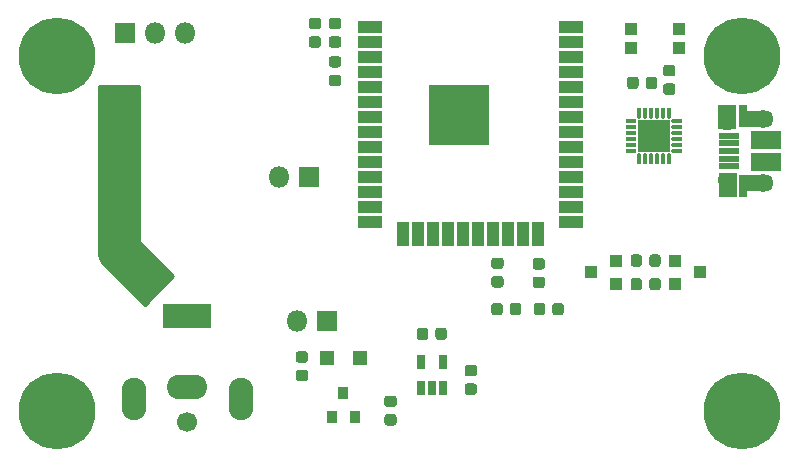
<source format=gbr>
%TF.GenerationSoftware,KiCad,Pcbnew,(5.1.6)-1*%
%TF.CreationDate,2020-06-23T15:14:12-07:00*%
%TF.ProjectId,LEDController,4c454443-6f6e-4747-926f-6c6c65722e6b,rev?*%
%TF.SameCoordinates,Original*%
%TF.FileFunction,Soldermask,Top*%
%TF.FilePolarity,Negative*%
%FSLAX46Y46*%
G04 Gerber Fmt 4.6, Leading zero omitted, Abs format (unit mm)*
G04 Created by KiCad (PCBNEW (5.1.6)-1) date 2020-06-23 15:14:12*
%MOMM*%
%LPD*%
G01*
G04 APERTURE LIST*
%ADD10O,1.800000X1.800000*%
%ADD11R,1.800000X1.800000*%
%ADD12R,0.750000X1.160000*%
%ADD13R,1.200000X1.200000*%
%ADD14C,6.500000*%
%ADD15C,0.900000*%
%ADD16R,2.100000X1.450000*%
%ADD17R,0.800000X1.925000*%
%ADD18R,1.600000X2.100000*%
%ADD19R,1.750000X0.500000*%
%ADD20O,1.600000X1.200000*%
%ADD21O,1.800000X1.450000*%
%ADD22R,2.600000X1.530000*%
%ADD23R,4.100000X2.100000*%
%ADD24O,3.400000X2.100000*%
%ADD25O,2.100000X3.600000*%
%ADD26C,1.700000*%
%ADD27R,0.900000X1.000000*%
%ADD28R,1.102360X1.000760*%
%ADD29R,1.000000X1.100000*%
%ADD30R,5.100000X5.100000*%
%ADD31R,2.100000X1.000000*%
%ADD32R,1.000000X2.100000*%
%ADD33R,2.700000X2.700000*%
%ADD34C,0.254000*%
G04 APERTURE END LIST*
D10*
%TO.C,J7*%
X98260000Y-68400000D03*
D11*
X100800000Y-68400000D03*
%TD*%
D12*
%TO.C,U1*%
X108750000Y-74100000D03*
X109700000Y-74100000D03*
X110650000Y-74100000D03*
X110650000Y-71900000D03*
X108750000Y-71900000D03*
%TD*%
%TO.C,C1*%
G36*
G01*
X105918750Y-76300000D02*
X106481250Y-76300000D01*
G75*
G02*
X106725000Y-76543750I0J-243750D01*
G01*
X106725000Y-77031250D01*
G75*
G02*
X106481250Y-77275000I-243750J0D01*
G01*
X105918750Y-77275000D01*
G75*
G02*
X105675000Y-77031250I0J243750D01*
G01*
X105675000Y-76543750D01*
G75*
G02*
X105918750Y-76300000I243750J0D01*
G01*
G37*
G36*
G01*
X105918750Y-74725000D02*
X106481250Y-74725000D01*
G75*
G02*
X106725000Y-74968750I0J-243750D01*
G01*
X106725000Y-75456250D01*
G75*
G02*
X106481250Y-75700000I-243750J0D01*
G01*
X105918750Y-75700000D01*
G75*
G02*
X105675000Y-75456250I0J243750D01*
G01*
X105675000Y-74968750D01*
G75*
G02*
X105918750Y-74725000I243750J0D01*
G01*
G37*
%TD*%
%TO.C,C2*%
G36*
G01*
X108425000Y-69781250D02*
X108425000Y-69218750D01*
G75*
G02*
X108668750Y-68975000I243750J0D01*
G01*
X109156250Y-68975000D01*
G75*
G02*
X109400000Y-69218750I0J-243750D01*
G01*
X109400000Y-69781250D01*
G75*
G02*
X109156250Y-70025000I-243750J0D01*
G01*
X108668750Y-70025000D01*
G75*
G02*
X108425000Y-69781250I0J243750D01*
G01*
G37*
G36*
G01*
X110000000Y-69781250D02*
X110000000Y-69218750D01*
G75*
G02*
X110243750Y-68975000I243750J0D01*
G01*
X110731250Y-68975000D01*
G75*
G02*
X110975000Y-69218750I0J-243750D01*
G01*
X110975000Y-69781250D01*
G75*
G02*
X110731250Y-70025000I-243750J0D01*
G01*
X110243750Y-70025000D01*
G75*
G02*
X110000000Y-69781250I0J243750D01*
G01*
G37*
%TD*%
%TO.C,C3*%
G36*
G01*
X101781250Y-43700000D02*
X101218750Y-43700000D01*
G75*
G02*
X100975000Y-43456250I0J243750D01*
G01*
X100975000Y-42968750D01*
G75*
G02*
X101218750Y-42725000I243750J0D01*
G01*
X101781250Y-42725000D01*
G75*
G02*
X102025000Y-42968750I0J-243750D01*
G01*
X102025000Y-43456250D01*
G75*
G02*
X101781250Y-43700000I-243750J0D01*
G01*
G37*
G36*
G01*
X101781250Y-45275000D02*
X101218750Y-45275000D01*
G75*
G02*
X100975000Y-45031250I0J243750D01*
G01*
X100975000Y-44543750D01*
G75*
G02*
X101218750Y-44300000I243750J0D01*
G01*
X101781250Y-44300000D01*
G75*
G02*
X102025000Y-44543750I0J-243750D01*
G01*
X102025000Y-45031250D01*
G75*
G02*
X101781250Y-45275000I-243750J0D01*
G01*
G37*
%TD*%
%TO.C,C4*%
G36*
G01*
X100081250Y-45275000D02*
X99518750Y-45275000D01*
G75*
G02*
X99275000Y-45031250I0J243750D01*
G01*
X99275000Y-44543750D01*
G75*
G02*
X99518750Y-44300000I243750J0D01*
G01*
X100081250Y-44300000D01*
G75*
G02*
X100325000Y-44543750I0J-243750D01*
G01*
X100325000Y-45031250D01*
G75*
G02*
X100081250Y-45275000I-243750J0D01*
G01*
G37*
G36*
G01*
X100081250Y-43700000D02*
X99518750Y-43700000D01*
G75*
G02*
X99275000Y-43456250I0J243750D01*
G01*
X99275000Y-42968750D01*
G75*
G02*
X99518750Y-42725000I243750J0D01*
G01*
X100081250Y-42725000D01*
G75*
G02*
X100325000Y-42968750I0J-243750D01*
G01*
X100325000Y-43456250D01*
G75*
G02*
X100081250Y-43700000I-243750J0D01*
G01*
G37*
%TD*%
%TO.C,C5*%
G36*
G01*
X130081250Y-49275000D02*
X129518750Y-49275000D01*
G75*
G02*
X129275000Y-49031250I0J243750D01*
G01*
X129275000Y-48543750D01*
G75*
G02*
X129518750Y-48300000I243750J0D01*
G01*
X130081250Y-48300000D01*
G75*
G02*
X130325000Y-48543750I0J-243750D01*
G01*
X130325000Y-49031250D01*
G75*
G02*
X130081250Y-49275000I-243750J0D01*
G01*
G37*
G36*
G01*
X130081250Y-47700000D02*
X129518750Y-47700000D01*
G75*
G02*
X129275000Y-47456250I0J243750D01*
G01*
X129275000Y-46968750D01*
G75*
G02*
X129518750Y-46725000I243750J0D01*
G01*
X130081250Y-46725000D01*
G75*
G02*
X130325000Y-46968750I0J-243750D01*
G01*
X130325000Y-47456250D01*
G75*
G02*
X130081250Y-47700000I-243750J0D01*
G01*
G37*
%TD*%
%TO.C,C6*%
G36*
G01*
X101218750Y-47550000D02*
X101781250Y-47550000D01*
G75*
G02*
X102025000Y-47793750I0J-243750D01*
G01*
X102025000Y-48281250D01*
G75*
G02*
X101781250Y-48525000I-243750J0D01*
G01*
X101218750Y-48525000D01*
G75*
G02*
X100975000Y-48281250I0J243750D01*
G01*
X100975000Y-47793750D01*
G75*
G02*
X101218750Y-47550000I243750J0D01*
G01*
G37*
G36*
G01*
X101218750Y-45975000D02*
X101781250Y-45975000D01*
G75*
G02*
X102025000Y-46218750I0J-243750D01*
G01*
X102025000Y-46706250D01*
G75*
G02*
X101781250Y-46950000I-243750J0D01*
G01*
X101218750Y-46950000D01*
G75*
G02*
X100975000Y-46706250I0J243750D01*
G01*
X100975000Y-46218750D01*
G75*
G02*
X101218750Y-45975000I243750J0D01*
G01*
G37*
%TD*%
D13*
%TO.C,D1*%
X103600000Y-71500000D03*
X100800000Y-71500000D03*
%TD*%
%TO.C,D2*%
G36*
G01*
X115531250Y-65587500D02*
X114968750Y-65587500D01*
G75*
G02*
X114725000Y-65343750I0J243750D01*
G01*
X114725000Y-64856250D01*
G75*
G02*
X114968750Y-64612500I243750J0D01*
G01*
X115531250Y-64612500D01*
G75*
G02*
X115775000Y-64856250I0J-243750D01*
G01*
X115775000Y-65343750D01*
G75*
G02*
X115531250Y-65587500I-243750J0D01*
G01*
G37*
G36*
G01*
X115531250Y-64012500D02*
X114968750Y-64012500D01*
G75*
G02*
X114725000Y-63768750I0J243750D01*
G01*
X114725000Y-63281250D01*
G75*
G02*
X114968750Y-63037500I243750J0D01*
G01*
X115531250Y-63037500D01*
G75*
G02*
X115775000Y-63281250I0J-243750D01*
G01*
X115775000Y-63768750D01*
G75*
G02*
X115531250Y-64012500I-243750J0D01*
G01*
G37*
%TD*%
%TO.C,D3*%
G36*
G01*
X119031250Y-64050000D02*
X118468750Y-64050000D01*
G75*
G02*
X118225000Y-63806250I0J243750D01*
G01*
X118225000Y-63318750D01*
G75*
G02*
X118468750Y-63075000I243750J0D01*
G01*
X119031250Y-63075000D01*
G75*
G02*
X119275000Y-63318750I0J-243750D01*
G01*
X119275000Y-63806250D01*
G75*
G02*
X119031250Y-64050000I-243750J0D01*
G01*
G37*
G36*
G01*
X119031250Y-65625000D02*
X118468750Y-65625000D01*
G75*
G02*
X118225000Y-65381250I0J243750D01*
G01*
X118225000Y-64893750D01*
G75*
G02*
X118468750Y-64650000I243750J0D01*
G01*
X119031250Y-64650000D01*
G75*
G02*
X119275000Y-64893750I0J-243750D01*
G01*
X119275000Y-65381250D01*
G75*
G02*
X119031250Y-65625000I-243750J0D01*
G01*
G37*
%TD*%
D14*
%TO.C,H1*%
X78000000Y-46000000D03*
D15*
X78000000Y-43600000D03*
X79697056Y-44302944D03*
X80400000Y-46000000D03*
X79697056Y-47697056D03*
X78000000Y-48400000D03*
X76302944Y-47697056D03*
X75600000Y-46000000D03*
X76302944Y-44302944D03*
%TD*%
%TO.C,H2*%
X76302944Y-74302944D03*
X75600000Y-76000000D03*
X76302944Y-77697056D03*
X78000000Y-78400000D03*
X79697056Y-77697056D03*
X80400000Y-76000000D03*
X79697056Y-74302944D03*
X78000000Y-73600000D03*
D14*
X78000000Y-76000000D03*
%TD*%
%TO.C,H3*%
X136000000Y-46000000D03*
D15*
X136000000Y-43600000D03*
X137697056Y-44302944D03*
X138400000Y-46000000D03*
X137697056Y-47697056D03*
X136000000Y-48400000D03*
X134302944Y-47697056D03*
X133600000Y-46000000D03*
X134302944Y-44302944D03*
%TD*%
%TO.C,H4*%
X134302944Y-74302944D03*
X133600000Y-76000000D03*
X134302944Y-77697056D03*
X136000000Y-78400000D03*
X137697056Y-77697056D03*
X138400000Y-76000000D03*
X137697056Y-74302944D03*
X136000000Y-73600000D03*
D14*
X136000000Y-76000000D03*
%TD*%
D16*
%TO.C,J1*%
X136800000Y-51275000D03*
X136800000Y-56755000D03*
D17*
X136050000Y-56975000D03*
X136050000Y-51025000D03*
D18*
X134750000Y-56875000D03*
X134730000Y-51125000D03*
D19*
X134850000Y-55325000D03*
X134850000Y-54675000D03*
X134850000Y-54025000D03*
X134850000Y-53375000D03*
X134850000Y-52725000D03*
D20*
X134730000Y-56445000D03*
X134730000Y-51605000D03*
D21*
X137730000Y-56755000D03*
X137730000Y-51295000D03*
D22*
X138000000Y-54985000D03*
X138000000Y-53065000D03*
%TD*%
D23*
%TO.C,J2*%
X89000000Y-68000000D03*
D24*
X89000000Y-74000000D03*
D25*
X84500000Y-75000000D03*
X93500000Y-75000000D03*
D26*
X89000000Y-77000000D03*
%TD*%
D11*
%TO.C,J3*%
X83710000Y-44000000D03*
D10*
X86250000Y-44000000D03*
X88790000Y-44000000D03*
%TD*%
%TO.C,J6*%
X96750000Y-56250000D03*
D11*
X99290000Y-56250000D03*
%TD*%
D27*
%TO.C,Q1*%
X101250000Y-76500000D03*
X103150000Y-76500000D03*
X102200000Y-74500000D03*
%TD*%
D28*
%TO.C,Q2*%
X123200180Y-64300000D03*
X125298220Y-63350040D03*
X125298220Y-65249960D03*
%TD*%
%TO.C,Q3*%
X130301780Y-63350040D03*
X130301780Y-65249960D03*
X132399820Y-64300000D03*
%TD*%
%TO.C,R1*%
G36*
G01*
X98418750Y-72550000D02*
X98981250Y-72550000D01*
G75*
G02*
X99225000Y-72793750I0J-243750D01*
G01*
X99225000Y-73281250D01*
G75*
G02*
X98981250Y-73525000I-243750J0D01*
G01*
X98418750Y-73525000D01*
G75*
G02*
X98175000Y-73281250I0J243750D01*
G01*
X98175000Y-72793750D01*
G75*
G02*
X98418750Y-72550000I243750J0D01*
G01*
G37*
G36*
G01*
X98418750Y-70975000D02*
X98981250Y-70975000D01*
G75*
G02*
X99225000Y-71218750I0J-243750D01*
G01*
X99225000Y-71706250D01*
G75*
G02*
X98981250Y-71950000I-243750J0D01*
G01*
X98418750Y-71950000D01*
G75*
G02*
X98175000Y-71706250I0J243750D01*
G01*
X98175000Y-71218750D01*
G75*
G02*
X98418750Y-70975000I243750J0D01*
G01*
G37*
%TD*%
%TO.C,R2*%
G36*
G01*
X112718750Y-72125000D02*
X113281250Y-72125000D01*
G75*
G02*
X113525000Y-72368750I0J-243750D01*
G01*
X113525000Y-72856250D01*
G75*
G02*
X113281250Y-73100000I-243750J0D01*
G01*
X112718750Y-73100000D01*
G75*
G02*
X112475000Y-72856250I0J243750D01*
G01*
X112475000Y-72368750D01*
G75*
G02*
X112718750Y-72125000I243750J0D01*
G01*
G37*
G36*
G01*
X112718750Y-73700000D02*
X113281250Y-73700000D01*
G75*
G02*
X113525000Y-73943750I0J-243750D01*
G01*
X113525000Y-74431250D01*
G75*
G02*
X113281250Y-74675000I-243750J0D01*
G01*
X112718750Y-74675000D01*
G75*
G02*
X112475000Y-74431250I0J243750D01*
G01*
X112475000Y-73943750D01*
G75*
G02*
X112718750Y-73700000I243750J0D01*
G01*
G37*
%TD*%
%TO.C,R3*%
G36*
G01*
X116300000Y-67681250D02*
X116300000Y-67118750D01*
G75*
G02*
X116543750Y-66875000I243750J0D01*
G01*
X117031250Y-66875000D01*
G75*
G02*
X117275000Y-67118750I0J-243750D01*
G01*
X117275000Y-67681250D01*
G75*
G02*
X117031250Y-67925000I-243750J0D01*
G01*
X116543750Y-67925000D01*
G75*
G02*
X116300000Y-67681250I0J243750D01*
G01*
G37*
G36*
G01*
X114725000Y-67681250D02*
X114725000Y-67118750D01*
G75*
G02*
X114968750Y-66875000I243750J0D01*
G01*
X115456250Y-66875000D01*
G75*
G02*
X115700000Y-67118750I0J-243750D01*
G01*
X115700000Y-67681250D01*
G75*
G02*
X115456250Y-67925000I-243750J0D01*
G01*
X114968750Y-67925000D01*
G75*
G02*
X114725000Y-67681250I0J243750D01*
G01*
G37*
%TD*%
%TO.C,R4*%
G36*
G01*
X118325000Y-67681250D02*
X118325000Y-67118750D01*
G75*
G02*
X118568750Y-66875000I243750J0D01*
G01*
X119056250Y-66875000D01*
G75*
G02*
X119300000Y-67118750I0J-243750D01*
G01*
X119300000Y-67681250D01*
G75*
G02*
X119056250Y-67925000I-243750J0D01*
G01*
X118568750Y-67925000D01*
G75*
G02*
X118325000Y-67681250I0J243750D01*
G01*
G37*
G36*
G01*
X119900000Y-67681250D02*
X119900000Y-67118750D01*
G75*
G02*
X120143750Y-66875000I243750J0D01*
G01*
X120631250Y-66875000D01*
G75*
G02*
X120875000Y-67118750I0J-243750D01*
G01*
X120875000Y-67681250D01*
G75*
G02*
X120631250Y-67925000I-243750J0D01*
G01*
X120143750Y-67925000D01*
G75*
G02*
X119900000Y-67681250I0J243750D01*
G01*
G37*
%TD*%
%TO.C,R6*%
G36*
G01*
X127200000Y-47968750D02*
X127200000Y-48531250D01*
G75*
G02*
X126956250Y-48775000I-243750J0D01*
G01*
X126468750Y-48775000D01*
G75*
G02*
X126225000Y-48531250I0J243750D01*
G01*
X126225000Y-47968750D01*
G75*
G02*
X126468750Y-47725000I243750J0D01*
G01*
X126956250Y-47725000D01*
G75*
G02*
X127200000Y-47968750I0J-243750D01*
G01*
G37*
G36*
G01*
X128775000Y-47968750D02*
X128775000Y-48531250D01*
G75*
G02*
X128531250Y-48775000I-243750J0D01*
G01*
X128043750Y-48775000D01*
G75*
G02*
X127800000Y-48531250I0J243750D01*
G01*
X127800000Y-47968750D01*
G75*
G02*
X128043750Y-47725000I243750J0D01*
G01*
X128531250Y-47725000D01*
G75*
G02*
X128775000Y-47968750I0J-243750D01*
G01*
G37*
%TD*%
%TO.C,R7*%
G36*
G01*
X126525000Y-65581250D02*
X126525000Y-65018750D01*
G75*
G02*
X126768750Y-64775000I243750J0D01*
G01*
X127256250Y-64775000D01*
G75*
G02*
X127500000Y-65018750I0J-243750D01*
G01*
X127500000Y-65581250D01*
G75*
G02*
X127256250Y-65825000I-243750J0D01*
G01*
X126768750Y-65825000D01*
G75*
G02*
X126525000Y-65581250I0J243750D01*
G01*
G37*
G36*
G01*
X128100000Y-65581250D02*
X128100000Y-65018750D01*
G75*
G02*
X128343750Y-64775000I243750J0D01*
G01*
X128831250Y-64775000D01*
G75*
G02*
X129075000Y-65018750I0J-243750D01*
G01*
X129075000Y-65581250D01*
G75*
G02*
X128831250Y-65825000I-243750J0D01*
G01*
X128343750Y-65825000D01*
G75*
G02*
X128100000Y-65581250I0J243750D01*
G01*
G37*
%TD*%
%TO.C,R8*%
G36*
G01*
X127500000Y-63018750D02*
X127500000Y-63581250D01*
G75*
G02*
X127256250Y-63825000I-243750J0D01*
G01*
X126768750Y-63825000D01*
G75*
G02*
X126525000Y-63581250I0J243750D01*
G01*
X126525000Y-63018750D01*
G75*
G02*
X126768750Y-62775000I243750J0D01*
G01*
X127256250Y-62775000D01*
G75*
G02*
X127500000Y-63018750I0J-243750D01*
G01*
G37*
G36*
G01*
X129075000Y-63018750D02*
X129075000Y-63581250D01*
G75*
G02*
X128831250Y-63825000I-243750J0D01*
G01*
X128343750Y-63825000D01*
G75*
G02*
X128100000Y-63581250I0J243750D01*
G01*
X128100000Y-63018750D01*
G75*
G02*
X128343750Y-62775000I243750J0D01*
G01*
X128831250Y-62775000D01*
G75*
G02*
X129075000Y-63018750I0J-243750D01*
G01*
G37*
%TD*%
D29*
%TO.C,SW1*%
X130650000Y-45300000D03*
X130650000Y-43700000D03*
X126550000Y-45300000D03*
X126550000Y-43700000D03*
%TD*%
D30*
%TO.C,U2*%
X112000000Y-51000000D03*
D31*
X104500000Y-43500000D03*
X104500000Y-44770000D03*
X104500000Y-46040000D03*
X104500000Y-47310000D03*
X104500000Y-48580000D03*
X104500000Y-49850000D03*
X104500000Y-51120000D03*
X104500000Y-52390000D03*
X104500000Y-53660000D03*
X104500000Y-54930000D03*
X104500000Y-56200000D03*
X104500000Y-57470000D03*
X104500000Y-58740000D03*
X104500000Y-60010000D03*
D32*
X107285000Y-61010000D03*
X108555000Y-61010000D03*
X109825000Y-61010000D03*
X111095000Y-61010000D03*
X112365000Y-61010000D03*
X113635000Y-61010000D03*
X114905000Y-61010000D03*
X116175000Y-61010000D03*
X117445000Y-61010000D03*
X118715000Y-61010000D03*
D31*
X121500000Y-60010000D03*
X121500000Y-58740000D03*
X121500000Y-57470000D03*
X121500000Y-56200000D03*
X121500000Y-54930000D03*
X121500000Y-53660000D03*
X121500000Y-52390000D03*
X121500000Y-51120000D03*
X121500000Y-49850000D03*
X121500000Y-48580000D03*
X121500000Y-47310000D03*
X121500000Y-46040000D03*
X121500000Y-44770000D03*
X121500000Y-43500000D03*
%TD*%
%TO.C,U3*%
G36*
G01*
X130900000Y-53912500D02*
X130900000Y-54087500D01*
G75*
G02*
X130812500Y-54175000I-87500J0D01*
G01*
X130062500Y-54175000D01*
G75*
G02*
X129975000Y-54087500I0J87500D01*
G01*
X129975000Y-53912500D01*
G75*
G02*
X130062500Y-53825000I87500J0D01*
G01*
X130812500Y-53825000D01*
G75*
G02*
X130900000Y-53912500I0J-87500D01*
G01*
G37*
G36*
G01*
X130900000Y-53412500D02*
X130900000Y-53587500D01*
G75*
G02*
X130812500Y-53675000I-87500J0D01*
G01*
X130062500Y-53675000D01*
G75*
G02*
X129975000Y-53587500I0J87500D01*
G01*
X129975000Y-53412500D01*
G75*
G02*
X130062500Y-53325000I87500J0D01*
G01*
X130812500Y-53325000D01*
G75*
G02*
X130900000Y-53412500I0J-87500D01*
G01*
G37*
G36*
G01*
X130900000Y-52912500D02*
X130900000Y-53087500D01*
G75*
G02*
X130812500Y-53175000I-87500J0D01*
G01*
X130062500Y-53175000D01*
G75*
G02*
X129975000Y-53087500I0J87500D01*
G01*
X129975000Y-52912500D01*
G75*
G02*
X130062500Y-52825000I87500J0D01*
G01*
X130812500Y-52825000D01*
G75*
G02*
X130900000Y-52912500I0J-87500D01*
G01*
G37*
G36*
G01*
X130900000Y-52412500D02*
X130900000Y-52587500D01*
G75*
G02*
X130812500Y-52675000I-87500J0D01*
G01*
X130062500Y-52675000D01*
G75*
G02*
X129975000Y-52587500I0J87500D01*
G01*
X129975000Y-52412500D01*
G75*
G02*
X130062500Y-52325000I87500J0D01*
G01*
X130812500Y-52325000D01*
G75*
G02*
X130900000Y-52412500I0J-87500D01*
G01*
G37*
G36*
G01*
X130900000Y-51912500D02*
X130900000Y-52087500D01*
G75*
G02*
X130812500Y-52175000I-87500J0D01*
G01*
X130062500Y-52175000D01*
G75*
G02*
X129975000Y-52087500I0J87500D01*
G01*
X129975000Y-51912500D01*
G75*
G02*
X130062500Y-51825000I87500J0D01*
G01*
X130812500Y-51825000D01*
G75*
G02*
X130900000Y-51912500I0J-87500D01*
G01*
G37*
G36*
G01*
X130900000Y-51412500D02*
X130900000Y-51587500D01*
G75*
G02*
X130812500Y-51675000I-87500J0D01*
G01*
X130062500Y-51675000D01*
G75*
G02*
X129975000Y-51587500I0J87500D01*
G01*
X129975000Y-51412500D01*
G75*
G02*
X130062500Y-51325000I87500J0D01*
G01*
X130812500Y-51325000D01*
G75*
G02*
X130900000Y-51412500I0J-87500D01*
G01*
G37*
G36*
G01*
X129925000Y-50437500D02*
X129925000Y-51187500D01*
G75*
G02*
X129837500Y-51275000I-87500J0D01*
G01*
X129662500Y-51275000D01*
G75*
G02*
X129575000Y-51187500I0J87500D01*
G01*
X129575000Y-50437500D01*
G75*
G02*
X129662500Y-50350000I87500J0D01*
G01*
X129837500Y-50350000D01*
G75*
G02*
X129925000Y-50437500I0J-87500D01*
G01*
G37*
G36*
G01*
X129425000Y-50437500D02*
X129425000Y-51187500D01*
G75*
G02*
X129337500Y-51275000I-87500J0D01*
G01*
X129162500Y-51275000D01*
G75*
G02*
X129075000Y-51187500I0J87500D01*
G01*
X129075000Y-50437500D01*
G75*
G02*
X129162500Y-50350000I87500J0D01*
G01*
X129337500Y-50350000D01*
G75*
G02*
X129425000Y-50437500I0J-87500D01*
G01*
G37*
G36*
G01*
X128925000Y-50437500D02*
X128925000Y-51187500D01*
G75*
G02*
X128837500Y-51275000I-87500J0D01*
G01*
X128662500Y-51275000D01*
G75*
G02*
X128575000Y-51187500I0J87500D01*
G01*
X128575000Y-50437500D01*
G75*
G02*
X128662500Y-50350000I87500J0D01*
G01*
X128837500Y-50350000D01*
G75*
G02*
X128925000Y-50437500I0J-87500D01*
G01*
G37*
G36*
G01*
X128425000Y-50437500D02*
X128425000Y-51187500D01*
G75*
G02*
X128337500Y-51275000I-87500J0D01*
G01*
X128162500Y-51275000D01*
G75*
G02*
X128075000Y-51187500I0J87500D01*
G01*
X128075000Y-50437500D01*
G75*
G02*
X128162500Y-50350000I87500J0D01*
G01*
X128337500Y-50350000D01*
G75*
G02*
X128425000Y-50437500I0J-87500D01*
G01*
G37*
G36*
G01*
X127925000Y-50437500D02*
X127925000Y-51187500D01*
G75*
G02*
X127837500Y-51275000I-87500J0D01*
G01*
X127662500Y-51275000D01*
G75*
G02*
X127575000Y-51187500I0J87500D01*
G01*
X127575000Y-50437500D01*
G75*
G02*
X127662500Y-50350000I87500J0D01*
G01*
X127837500Y-50350000D01*
G75*
G02*
X127925000Y-50437500I0J-87500D01*
G01*
G37*
G36*
G01*
X127425000Y-50437500D02*
X127425000Y-51187500D01*
G75*
G02*
X127337500Y-51275000I-87500J0D01*
G01*
X127162500Y-51275000D01*
G75*
G02*
X127075000Y-51187500I0J87500D01*
G01*
X127075000Y-50437500D01*
G75*
G02*
X127162500Y-50350000I87500J0D01*
G01*
X127337500Y-50350000D01*
G75*
G02*
X127425000Y-50437500I0J-87500D01*
G01*
G37*
G36*
G01*
X127025000Y-51412500D02*
X127025000Y-51587500D01*
G75*
G02*
X126937500Y-51675000I-87500J0D01*
G01*
X126187500Y-51675000D01*
G75*
G02*
X126100000Y-51587500I0J87500D01*
G01*
X126100000Y-51412500D01*
G75*
G02*
X126187500Y-51325000I87500J0D01*
G01*
X126937500Y-51325000D01*
G75*
G02*
X127025000Y-51412500I0J-87500D01*
G01*
G37*
G36*
G01*
X127025000Y-51912500D02*
X127025000Y-52087500D01*
G75*
G02*
X126937500Y-52175000I-87500J0D01*
G01*
X126187500Y-52175000D01*
G75*
G02*
X126100000Y-52087500I0J87500D01*
G01*
X126100000Y-51912500D01*
G75*
G02*
X126187500Y-51825000I87500J0D01*
G01*
X126937500Y-51825000D01*
G75*
G02*
X127025000Y-51912500I0J-87500D01*
G01*
G37*
G36*
G01*
X127025000Y-52412500D02*
X127025000Y-52587500D01*
G75*
G02*
X126937500Y-52675000I-87500J0D01*
G01*
X126187500Y-52675000D01*
G75*
G02*
X126100000Y-52587500I0J87500D01*
G01*
X126100000Y-52412500D01*
G75*
G02*
X126187500Y-52325000I87500J0D01*
G01*
X126937500Y-52325000D01*
G75*
G02*
X127025000Y-52412500I0J-87500D01*
G01*
G37*
G36*
G01*
X127025000Y-52912500D02*
X127025000Y-53087500D01*
G75*
G02*
X126937500Y-53175000I-87500J0D01*
G01*
X126187500Y-53175000D01*
G75*
G02*
X126100000Y-53087500I0J87500D01*
G01*
X126100000Y-52912500D01*
G75*
G02*
X126187500Y-52825000I87500J0D01*
G01*
X126937500Y-52825000D01*
G75*
G02*
X127025000Y-52912500I0J-87500D01*
G01*
G37*
G36*
G01*
X127025000Y-53412500D02*
X127025000Y-53587500D01*
G75*
G02*
X126937500Y-53675000I-87500J0D01*
G01*
X126187500Y-53675000D01*
G75*
G02*
X126100000Y-53587500I0J87500D01*
G01*
X126100000Y-53412500D01*
G75*
G02*
X126187500Y-53325000I87500J0D01*
G01*
X126937500Y-53325000D01*
G75*
G02*
X127025000Y-53412500I0J-87500D01*
G01*
G37*
G36*
G01*
X127025000Y-53912500D02*
X127025000Y-54087500D01*
G75*
G02*
X126937500Y-54175000I-87500J0D01*
G01*
X126187500Y-54175000D01*
G75*
G02*
X126100000Y-54087500I0J87500D01*
G01*
X126100000Y-53912500D01*
G75*
G02*
X126187500Y-53825000I87500J0D01*
G01*
X126937500Y-53825000D01*
G75*
G02*
X127025000Y-53912500I0J-87500D01*
G01*
G37*
G36*
G01*
X127425000Y-54312500D02*
X127425000Y-55062500D01*
G75*
G02*
X127337500Y-55150000I-87500J0D01*
G01*
X127162500Y-55150000D01*
G75*
G02*
X127075000Y-55062500I0J87500D01*
G01*
X127075000Y-54312500D01*
G75*
G02*
X127162500Y-54225000I87500J0D01*
G01*
X127337500Y-54225000D01*
G75*
G02*
X127425000Y-54312500I0J-87500D01*
G01*
G37*
G36*
G01*
X127925000Y-54312500D02*
X127925000Y-55062500D01*
G75*
G02*
X127837500Y-55150000I-87500J0D01*
G01*
X127662500Y-55150000D01*
G75*
G02*
X127575000Y-55062500I0J87500D01*
G01*
X127575000Y-54312500D01*
G75*
G02*
X127662500Y-54225000I87500J0D01*
G01*
X127837500Y-54225000D01*
G75*
G02*
X127925000Y-54312500I0J-87500D01*
G01*
G37*
G36*
G01*
X128425000Y-54312500D02*
X128425000Y-55062500D01*
G75*
G02*
X128337500Y-55150000I-87500J0D01*
G01*
X128162500Y-55150000D01*
G75*
G02*
X128075000Y-55062500I0J87500D01*
G01*
X128075000Y-54312500D01*
G75*
G02*
X128162500Y-54225000I87500J0D01*
G01*
X128337500Y-54225000D01*
G75*
G02*
X128425000Y-54312500I0J-87500D01*
G01*
G37*
G36*
G01*
X128925000Y-54312500D02*
X128925000Y-55062500D01*
G75*
G02*
X128837500Y-55150000I-87500J0D01*
G01*
X128662500Y-55150000D01*
G75*
G02*
X128575000Y-55062500I0J87500D01*
G01*
X128575000Y-54312500D01*
G75*
G02*
X128662500Y-54225000I87500J0D01*
G01*
X128837500Y-54225000D01*
G75*
G02*
X128925000Y-54312500I0J-87500D01*
G01*
G37*
G36*
G01*
X129425000Y-54312500D02*
X129425000Y-55062500D01*
G75*
G02*
X129337500Y-55150000I-87500J0D01*
G01*
X129162500Y-55150000D01*
G75*
G02*
X129075000Y-55062500I0J87500D01*
G01*
X129075000Y-54312500D01*
G75*
G02*
X129162500Y-54225000I87500J0D01*
G01*
X129337500Y-54225000D01*
G75*
G02*
X129425000Y-54312500I0J-87500D01*
G01*
G37*
G36*
G01*
X129925000Y-54312500D02*
X129925000Y-55062500D01*
G75*
G02*
X129837500Y-55150000I-87500J0D01*
G01*
X129662500Y-55150000D01*
G75*
G02*
X129575000Y-55062500I0J87500D01*
G01*
X129575000Y-54312500D01*
G75*
G02*
X129662500Y-54225000I87500J0D01*
G01*
X129837500Y-54225000D01*
G75*
G02*
X129925000Y-54312500I0J-87500D01*
G01*
G37*
D33*
X128500000Y-52750000D03*
%TD*%
D34*
G36*
X84873000Y-61600000D02*
G01*
X84875440Y-61624776D01*
X84882667Y-61648601D01*
X84894403Y-61670557D01*
X84910197Y-61689803D01*
X87820394Y-64600000D01*
X85400000Y-67020394D01*
X81711002Y-63331396D01*
X81527000Y-62779390D01*
X81527000Y-48527000D01*
X84873000Y-48527000D01*
X84873000Y-61600000D01*
G37*
X84873000Y-61600000D02*
X84875440Y-61624776D01*
X84882667Y-61648601D01*
X84894403Y-61670557D01*
X84910197Y-61689803D01*
X87820394Y-64600000D01*
X85400000Y-67020394D01*
X81711002Y-63331396D01*
X81527000Y-62779390D01*
X81527000Y-48527000D01*
X84873000Y-48527000D01*
X84873000Y-61600000D01*
M02*

</source>
